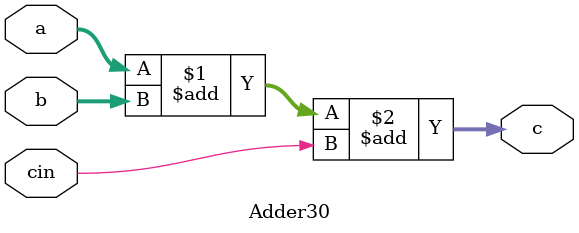
<source format=v>
`timescale 1ns / 1ps


module Adder30(a, b, cin, c);
	input wire [31:2] a;
	input wire [31:2] b;
	input wire cin;
	output wire [31:2] c;
	assign c = a + b +cin;
endmodule


</source>
